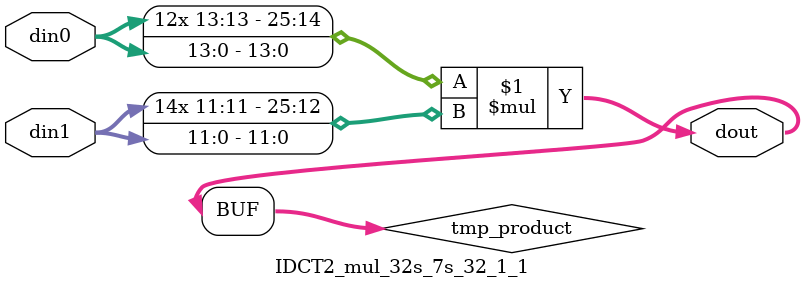
<source format=v>

`timescale 1 ns / 1 ps

 module IDCT2_mul_32s_7s_32_1_1(din0, din1, dout);
parameter ID = 1;
parameter NUM_STAGE = 0;
parameter din0_WIDTH = 14;
parameter din1_WIDTH = 12;
parameter dout_WIDTH = 26;

input [din0_WIDTH - 1 : 0] din0; 
input [din1_WIDTH - 1 : 0] din1; 
output [dout_WIDTH - 1 : 0] dout;

wire signed [dout_WIDTH - 1 : 0] tmp_product;



























assign tmp_product = $signed(din0) * $signed(din1);








assign dout = tmp_product;





















endmodule

</source>
